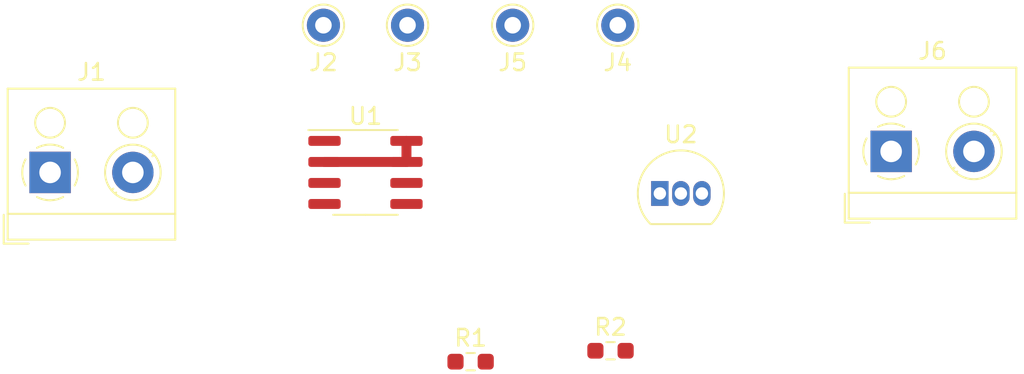
<source format=kicad_pcb>
(kicad_pcb (version 20171130) (host pcbnew "(5.1.9)-1")

  (general
    (thickness 1.6)
    (drawings 0)
    (tracks 2)
    (zones 0)
    (modules 10)
    (nets 7)
  )

  (page A4)
  (layers
    (0 F.Cu signal)
    (31 B.Cu signal)
    (32 B.Adhes user)
    (33 F.Adhes user)
    (34 B.Paste user)
    (35 F.Paste user)
    (36 B.SilkS user)
    (37 F.SilkS user)
    (38 B.Mask user)
    (39 F.Mask user)
    (40 Dwgs.User user)
    (41 Cmts.User user)
    (42 Eco1.User user)
    (43 Eco2.User user)
    (44 Edge.Cuts user)
    (45 Margin user)
    (46 B.CrtYd user)
    (47 F.CrtYd user)
    (48 B.Fab user hide)
    (49 F.Fab user hide)
  )

  (setup
    (last_trace_width 0.25)
    (trace_clearance 0.2)
    (zone_clearance 0.508)
    (zone_45_only no)
    (trace_min 0.2)
    (via_size 0.8)
    (via_drill 0.4)
    (via_min_size 0.4)
    (via_min_drill 0.3)
    (uvia_size 0.3)
    (uvia_drill 0.1)
    (uvias_allowed no)
    (uvia_min_size 0.2)
    (uvia_min_drill 0.1)
    (edge_width 0.05)
    (segment_width 0.2)
    (pcb_text_width 0.3)
    (pcb_text_size 1.5 1.5)
    (mod_edge_width 0.12)
    (mod_text_size 1 1)
    (mod_text_width 0.15)
    (pad_size 1.524 1.524)
    (pad_drill 0.762)
    (pad_to_mask_clearance 0)
    (aux_axis_origin 0 0)
    (visible_elements 7FFFFFFF)
    (pcbplotparams
      (layerselection 0x010fc_ffffffff)
      (usegerberextensions false)
      (usegerberattributes true)
      (usegerberadvancedattributes true)
      (creategerberjobfile true)
      (excludeedgelayer true)
      (linewidth 0.100000)
      (plotframeref false)
      (viasonmask false)
      (mode 1)
      (useauxorigin false)
      (hpglpennumber 1)
      (hpglpenspeed 20)
      (hpglpendiameter 15.000000)
      (psnegative false)
      (psa4output false)
      (plotreference true)
      (plotvalue true)
      (plotinvisibletext false)
      (padsonsilk false)
      (subtractmaskfromsilk false)
      (outputformat 1)
      (mirror false)
      (drillshape 1)
      (scaleselection 1)
      (outputdirectory ""))
  )

  (net 0 "")
  (net 1 "Net-(R1-Pad1)")
  (net 2 +2V5)
  (net 3 +5V)
  (net 4 GND)
  (net 5 "Net-(J1-Pad2)")
  (net 6 "Net-(J2-Pad1)")

  (net_class Default "This is the default net class."
    (clearance 0.2)
    (trace_width 0.25)
    (via_dia 0.8)
    (via_drill 0.4)
    (uvia_dia 0.3)
    (uvia_drill 0.1)
    (add_net +2V5)
    (add_net +5V)
    (add_net GND)
    (add_net "Net-(J1-Pad2)")
    (add_net "Net-(J2-Pad1)")
    (add_net "Net-(R1-Pad1)")
    (add_net "Net-(U1-Pad5)")
  )

  (module TerminalBlock_RND:TerminalBlock_RND_205-00001_1x02_P5.00mm_Horizontal (layer F.Cu) (tedit 5B294F8C) (tstamp 6070BBFE)
    (at 143.51 72.39)
    (descr "terminal block RND 205-00001, 2 pins, pitch 5mm, size 10x9mm^2, drill diamater 1.3mm, pad diameter 2.5mm, see http://cdn-reichelt.de/documents/datenblatt/C151/RND_205-00001_DB_EN.pdf, script-generated using https://github.com/pointhi/kicad-footprint-generator/scripts/TerminalBlock_RND")
    (tags "THT terminal block RND 205-00001 pitch 5mm size 10x9mm^2 drill 1.3mm pad 2.5mm")
    (path /6070B3ED)
    (fp_text reference J6 (at 2.5 -6.06) (layer F.SilkS)
      (effects (font (size 1 1) (thickness 0.15)))
    )
    (fp_text value VCC (at 2.5 5.06) (layer F.Fab)
      (effects (font (size 1 1) (thickness 0.15)))
    )
    (fp_text user %R (at 2.5 -6.06) (layer F.Fab)
      (effects (font (size 1 1) (thickness 0.15)))
    )
    (fp_arc (start 0 0) (end -0.789 1.484) (angle -29) (layer F.SilkS) (width 0.12))
    (fp_arc (start 0 0) (end -1.484 -0.789) (angle -56) (layer F.SilkS) (width 0.12))
    (fp_arc (start 0 0) (end 0.789 -1.484) (angle -56) (layer F.SilkS) (width 0.12))
    (fp_arc (start 0 0) (end 1.484 0.789) (angle -56) (layer F.SilkS) (width 0.12))
    (fp_arc (start 0 0) (end 0 1.68) (angle -28) (layer F.SilkS) (width 0.12))
    (fp_circle (center 0 0) (end 1.5 0) (layer F.Fab) (width 0.1))
    (fp_circle (center 0 -3) (end 0.9 -3) (layer F.Fab) (width 0.1))
    (fp_circle (center 0 -3) (end 0.9 -3) (layer F.SilkS) (width 0.12))
    (fp_circle (center 5 0) (end 6.5 0) (layer F.Fab) (width 0.1))
    (fp_circle (center 5 0) (end 6.68 0) (layer F.SilkS) (width 0.12))
    (fp_circle (center 5 -3) (end 5.9 -3) (layer F.Fab) (width 0.1))
    (fp_circle (center 5 -3) (end 5.9 -3) (layer F.SilkS) (width 0.12))
    (fp_line (start -2.5 -5) (end 7.5 -5) (layer F.Fab) (width 0.1))
    (fp_line (start 7.5 -5) (end 7.5 4) (layer F.Fab) (width 0.1))
    (fp_line (start 7.5 4) (end -1 4) (layer F.Fab) (width 0.1))
    (fp_line (start -1 4) (end -2.5 2.5) (layer F.Fab) (width 0.1))
    (fp_line (start -2.5 2.5) (end -2.5 -5) (layer F.Fab) (width 0.1))
    (fp_line (start -2.5 2.5) (end 7.5 2.5) (layer F.Fab) (width 0.1))
    (fp_line (start -2.56 2.5) (end 7.56 2.5) (layer F.SilkS) (width 0.12))
    (fp_line (start -2.56 -5.06) (end 7.56 -5.06) (layer F.SilkS) (width 0.12))
    (fp_line (start -2.56 4.06) (end 7.56 4.06) (layer F.SilkS) (width 0.12))
    (fp_line (start -2.56 -5.06) (end -2.56 4.06) (layer F.SilkS) (width 0.12))
    (fp_line (start 7.56 -5.06) (end 7.56 4.06) (layer F.SilkS) (width 0.12))
    (fp_line (start 1.138 -0.955) (end -0.955 1.138) (layer F.Fab) (width 0.1))
    (fp_line (start 0.955 -1.138) (end -1.138 0.955) (layer F.Fab) (width 0.1))
    (fp_line (start 6.138 -0.955) (end 4.046 1.138) (layer F.Fab) (width 0.1))
    (fp_line (start 5.955 -1.138) (end 3.863 0.955) (layer F.Fab) (width 0.1))
    (fp_line (start 6.275 -1.069) (end 6.181 -0.976) (layer F.SilkS) (width 0.12))
    (fp_line (start 3.99 1.216) (end 3.931 1.274) (layer F.SilkS) (width 0.12))
    (fp_line (start 6.07 -1.275) (end 6.011 -1.216) (layer F.SilkS) (width 0.12))
    (fp_line (start 3.82 0.976) (end 3.726 1.069) (layer F.SilkS) (width 0.12))
    (fp_line (start -2.8 2.56) (end -2.8 4.3) (layer F.SilkS) (width 0.12))
    (fp_line (start -2.8 4.3) (end -1.3 4.3) (layer F.SilkS) (width 0.12))
    (fp_line (start -3 -5.5) (end -3 4.5) (layer F.CrtYd) (width 0.05))
    (fp_line (start -3 4.5) (end 8 4.5) (layer F.CrtYd) (width 0.05))
    (fp_line (start 8 4.5) (end 8 -5.5) (layer F.CrtYd) (width 0.05))
    (fp_line (start 8 -5.5) (end -3 -5.5) (layer F.CrtYd) (width 0.05))
    (pad 2 thru_hole circle (at 5 0) (size 2.5 2.5) (drill 1.3) (layers *.Cu *.Mask)
      (net 4 GND))
    (pad 1 thru_hole rect (at 0 0) (size 2.5 2.5) (drill 1.3) (layers *.Cu *.Mask)
      (net 3 +5V))
    (model ${KISYS3DMOD}/TerminalBlock_RND.3dshapes/TerminalBlock_RND_205-00001_1x02_P5.00mm_Horizontal.wrl
      (at (xyz 0 0 0))
      (scale (xyz 1 1 1))
      (rotate (xyz 0 0 0))
    )
  )

  (module Connector_Pin:Pin_D1.0mm_L10.0mm (layer F.Cu) (tedit 5A1DC084) (tstamp 6070BBD2)
    (at 120.65 64.77)
    (descr "solder Pin_ diameter 1.0mm, hole diameter 1.0mm (press fit), length 10.0mm")
    (tags "solder Pin_ press fit")
    (path /6071F655)
    (fp_text reference J5 (at 0 2.25) (layer F.SilkS)
      (effects (font (size 1 1) (thickness 0.15)))
    )
    (fp_text value FILT-C (at 0 -2.05) (layer F.Fab)
      (effects (font (size 1 1) (thickness 0.15)))
    )
    (fp_text user %R (at 0 2.25) (layer F.Fab)
      (effects (font (size 1 1) (thickness 0.15)))
    )
    (fp_circle (center 0 0) (end 1.5 0) (layer F.CrtYd) (width 0.05))
    (fp_circle (center 0 0) (end 0.5 0) (layer F.Fab) (width 0.12))
    (fp_circle (center 0 0) (end 1 0) (layer F.Fab) (width 0.12))
    (fp_circle (center 0 0) (end 1.25 0.05) (layer F.SilkS) (width 0.12))
    (pad 1 thru_hole circle (at 0 0) (size 2 2) (drill 1) (layers *.Cu *.Mask)
      (net 2 +2V5))
    (model ${KISYS3DMOD}/Connector_Pin.3dshapes/Pin_D1.0mm_L10.0mm.wrl
      (at (xyz 0 0 0))
      (scale (xyz 1 1 1))
      (rotate (xyz 0 0 0))
    )
  )

  (module Connector_Pin:Pin_D1.0mm_L10.0mm (layer F.Cu) (tedit 5A1DC084) (tstamp 6070BBC8)
    (at 127 64.77)
    (descr "solder Pin_ diameter 1.0mm, hole diameter 1.0mm (press fit), length 10.0mm")
    (tags "solder Pin_ press fit")
    (path /6072017B)
    (fp_text reference J4 (at 0 2.25) (layer F.SilkS)
      (effects (font (size 1 1) (thickness 0.15)))
    )
    (fp_text value BLEED-R (at 0 -2.05) (layer F.Fab)
      (effects (font (size 1 1) (thickness 0.15)))
    )
    (fp_text user %R (at 0 2.25) (layer F.Fab)
      (effects (font (size 1 1) (thickness 0.15)))
    )
    (fp_circle (center 0 0) (end 1.5 0) (layer F.CrtYd) (width 0.05))
    (fp_circle (center 0 0) (end 0.5 0) (layer F.Fab) (width 0.12))
    (fp_circle (center 0 0) (end 1 0) (layer F.Fab) (width 0.12))
    (fp_circle (center 0 0) (end 1.25 0.05) (layer F.SilkS) (width 0.12))
    (pad 1 thru_hole circle (at 0 0) (size 2 2) (drill 1) (layers *.Cu *.Mask)
      (net 2 +2V5))
    (model ${KISYS3DMOD}/Connector_Pin.3dshapes/Pin_D1.0mm_L10.0mm.wrl
      (at (xyz 0 0 0))
      (scale (xyz 1 1 1))
      (rotate (xyz 0 0 0))
    )
  )

  (module Connector_Pin:Pin_D1.0mm_L10.0mm (layer F.Cu) (tedit 5A1DC084) (tstamp 6070BBBE)
    (at 114.3 64.77)
    (descr "solder Pin_ diameter 1.0mm, hole diameter 1.0mm (press fit), length 10.0mm")
    (tags "solder Pin_ press fit")
    (path /60706966)
    (fp_text reference J3 (at 0 2.25) (layer F.SilkS)
      (effects (font (size 1 1) (thickness 0.15)))
    )
    (fp_text value ANT- (at 0 -2.05) (layer F.Fab)
      (effects (font (size 1 1) (thickness 0.15)))
    )
    (fp_text user %R (at 0 2.25) (layer F.Fab)
      (effects (font (size 1 1) (thickness 0.15)))
    )
    (fp_circle (center 0 0) (end 1.5 0) (layer F.CrtYd) (width 0.05))
    (fp_circle (center 0 0) (end 0.5 0) (layer F.Fab) (width 0.12))
    (fp_circle (center 0 0) (end 1 0) (layer F.Fab) (width 0.12))
    (fp_circle (center 0 0) (end 1.25 0.05) (layer F.SilkS) (width 0.12))
    (pad 1 thru_hole circle (at 0 0) (size 2 2) (drill 1) (layers *.Cu *.Mask)
      (net 2 +2V5))
    (model ${KISYS3DMOD}/Connector_Pin.3dshapes/Pin_D1.0mm_L10.0mm.wrl
      (at (xyz 0 0 0))
      (scale (xyz 1 1 1))
      (rotate (xyz 0 0 0))
    )
  )

  (module Connector_Pin:Pin_D1.0mm_L10.0mm (layer F.Cu) (tedit 5A1DC084) (tstamp 6070BBB4)
    (at 109.22 64.77)
    (descr "solder Pin_ diameter 1.0mm, hole diameter 1.0mm (press fit), length 10.0mm")
    (tags "solder Pin_ press fit")
    (path /60705C04)
    (fp_text reference J2 (at 0 2.25) (layer F.SilkS)
      (effects (font (size 1 1) (thickness 0.15)))
    )
    (fp_text value ANT+ (at 0 -2.05) (layer F.Fab)
      (effects (font (size 1 1) (thickness 0.15)))
    )
    (fp_text user %R (at 0 2.25) (layer F.Fab)
      (effects (font (size 1 1) (thickness 0.15)))
    )
    (fp_circle (center 0 0) (end 1.5 0) (layer F.CrtYd) (width 0.05))
    (fp_circle (center 0 0) (end 0.5 0) (layer F.Fab) (width 0.12))
    (fp_circle (center 0 0) (end 1 0) (layer F.Fab) (width 0.12))
    (fp_circle (center 0 0) (end 1.25 0.05) (layer F.SilkS) (width 0.12))
    (pad 1 thru_hole circle (at 0 0) (size 2 2) (drill 1) (layers *.Cu *.Mask)
      (net 6 "Net-(J2-Pad1)"))
    (model ${KISYS3DMOD}/Connector_Pin.3dshapes/Pin_D1.0mm_L10.0mm.wrl
      (at (xyz 0 0 0))
      (scale (xyz 1 1 1))
      (rotate (xyz 0 0 0))
    )
  )

  (module TerminalBlock_RND:TerminalBlock_RND_205-00001_1x02_P5.00mm_Horizontal (layer F.Cu) (tedit 5B294F8C) (tstamp 6070BBAA)
    (at 92.71 73.66)
    (descr "terminal block RND 205-00001, 2 pins, pitch 5mm, size 10x9mm^2, drill diamater 1.3mm, pad diameter 2.5mm, see http://cdn-reichelt.de/documents/datenblatt/C151/RND_205-00001_DB_EN.pdf, script-generated using https://github.com/pointhi/kicad-footprint-generator/scripts/TerminalBlock_RND")
    (tags "THT terminal block RND 205-00001 pitch 5mm size 10x9mm^2 drill 1.3mm pad 2.5mm")
    (path /607094A7)
    (fp_text reference J1 (at 2.5 -6.06) (layer F.SilkS)
      (effects (font (size 1 1) (thickness 0.15)))
    )
    (fp_text value OUT (at 2.5 5.06) (layer F.Fab)
      (effects (font (size 1 1) (thickness 0.15)))
    )
    (fp_text user %R (at 2.5 -6.06) (layer F.Fab)
      (effects (font (size 1 1) (thickness 0.15)))
    )
    (fp_arc (start 0 0) (end -0.789 1.484) (angle -29) (layer F.SilkS) (width 0.12))
    (fp_arc (start 0 0) (end -1.484 -0.789) (angle -56) (layer F.SilkS) (width 0.12))
    (fp_arc (start 0 0) (end 0.789 -1.484) (angle -56) (layer F.SilkS) (width 0.12))
    (fp_arc (start 0 0) (end 1.484 0.789) (angle -56) (layer F.SilkS) (width 0.12))
    (fp_arc (start 0 0) (end 0 1.68) (angle -28) (layer F.SilkS) (width 0.12))
    (fp_circle (center 0 0) (end 1.5 0) (layer F.Fab) (width 0.1))
    (fp_circle (center 0 -3) (end 0.9 -3) (layer F.Fab) (width 0.1))
    (fp_circle (center 0 -3) (end 0.9 -3) (layer F.SilkS) (width 0.12))
    (fp_circle (center 5 0) (end 6.5 0) (layer F.Fab) (width 0.1))
    (fp_circle (center 5 0) (end 6.68 0) (layer F.SilkS) (width 0.12))
    (fp_circle (center 5 -3) (end 5.9 -3) (layer F.Fab) (width 0.1))
    (fp_circle (center 5 -3) (end 5.9 -3) (layer F.SilkS) (width 0.12))
    (fp_line (start -2.5 -5) (end 7.5 -5) (layer F.Fab) (width 0.1))
    (fp_line (start 7.5 -5) (end 7.5 4) (layer F.Fab) (width 0.1))
    (fp_line (start 7.5 4) (end -1 4) (layer F.Fab) (width 0.1))
    (fp_line (start -1 4) (end -2.5 2.5) (layer F.Fab) (width 0.1))
    (fp_line (start -2.5 2.5) (end -2.5 -5) (layer F.Fab) (width 0.1))
    (fp_line (start -2.5 2.5) (end 7.5 2.5) (layer F.Fab) (width 0.1))
    (fp_line (start -2.56 2.5) (end 7.56 2.5) (layer F.SilkS) (width 0.12))
    (fp_line (start -2.56 -5.06) (end 7.56 -5.06) (layer F.SilkS) (width 0.12))
    (fp_line (start -2.56 4.06) (end 7.56 4.06) (layer F.SilkS) (width 0.12))
    (fp_line (start -2.56 -5.06) (end -2.56 4.06) (layer F.SilkS) (width 0.12))
    (fp_line (start 7.56 -5.06) (end 7.56 4.06) (layer F.SilkS) (width 0.12))
    (fp_line (start 1.138 -0.955) (end -0.955 1.138) (layer F.Fab) (width 0.1))
    (fp_line (start 0.955 -1.138) (end -1.138 0.955) (layer F.Fab) (width 0.1))
    (fp_line (start 6.138 -0.955) (end 4.046 1.138) (layer F.Fab) (width 0.1))
    (fp_line (start 5.955 -1.138) (end 3.863 0.955) (layer F.Fab) (width 0.1))
    (fp_line (start 6.275 -1.069) (end 6.181 -0.976) (layer F.SilkS) (width 0.12))
    (fp_line (start 3.99 1.216) (end 3.931 1.274) (layer F.SilkS) (width 0.12))
    (fp_line (start 6.07 -1.275) (end 6.011 -1.216) (layer F.SilkS) (width 0.12))
    (fp_line (start 3.82 0.976) (end 3.726 1.069) (layer F.SilkS) (width 0.12))
    (fp_line (start -2.8 2.56) (end -2.8 4.3) (layer F.SilkS) (width 0.12))
    (fp_line (start -2.8 4.3) (end -1.3 4.3) (layer F.SilkS) (width 0.12))
    (fp_line (start -3 -5.5) (end -3 4.5) (layer F.CrtYd) (width 0.05))
    (fp_line (start -3 4.5) (end 8 4.5) (layer F.CrtYd) (width 0.05))
    (fp_line (start 8 4.5) (end 8 -5.5) (layer F.CrtYd) (width 0.05))
    (fp_line (start 8 -5.5) (end -3 -5.5) (layer F.CrtYd) (width 0.05))
    (pad 2 thru_hole circle (at 5 0) (size 2.5 2.5) (drill 1.3) (layers *.Cu *.Mask)
      (net 5 "Net-(J1-Pad2)"))
    (pad 1 thru_hole rect (at 0 0) (size 2.5 2.5) (drill 1.3) (layers *.Cu *.Mask)
      (net 2 +2V5))
    (model ${KISYS3DMOD}/TerminalBlock_RND.3dshapes/TerminalBlock_RND_205-00001_1x02_P5.00mm_Horizontal.wrl
      (at (xyz 0 0 0))
      (scale (xyz 1 1 1))
      (rotate (xyz 0 0 0))
    )
  )

  (module Package_TO_SOT_THT:TO-92_Inline (layer F.Cu) (tedit 5A1DD157) (tstamp 607045E2)
    (at 129.54 74.93)
    (descr "TO-92 leads in-line, narrow, oval pads, drill 0.75mm (see NXP sot054_po.pdf)")
    (tags "to-92 sc-43 sc-43a sot54 PA33 transistor")
    (path /606F2F33)
    (fp_text reference U2 (at 1.27 -3.56) (layer F.SilkS)
      (effects (font (size 1 1) (thickness 0.15)))
    )
    (fp_text value TLE2426xLP (at 1.27 2.79) (layer F.Fab)
      (effects (font (size 1 1) (thickness 0.15)))
    )
    (fp_line (start 4 2.01) (end -1.46 2.01) (layer F.CrtYd) (width 0.05))
    (fp_line (start 4 2.01) (end 4 -2.73) (layer F.CrtYd) (width 0.05))
    (fp_line (start -1.46 -2.73) (end -1.46 2.01) (layer F.CrtYd) (width 0.05))
    (fp_line (start -1.46 -2.73) (end 4 -2.73) (layer F.CrtYd) (width 0.05))
    (fp_line (start -0.5 1.75) (end 3 1.75) (layer F.Fab) (width 0.1))
    (fp_line (start -0.53 1.85) (end 3.07 1.85) (layer F.SilkS) (width 0.12))
    (fp_arc (start 1.27 0) (end 1.27 -2.6) (angle 135) (layer F.SilkS) (width 0.12))
    (fp_arc (start 1.27 0) (end 1.27 -2.48) (angle -135) (layer F.Fab) (width 0.1))
    (fp_arc (start 1.27 0) (end 1.27 -2.6) (angle -135) (layer F.SilkS) (width 0.12))
    (fp_arc (start 1.27 0) (end 1.27 -2.48) (angle 135) (layer F.Fab) (width 0.1))
    (fp_text user %R (at 1.27 0) (layer F.Fab)
      (effects (font (size 1 1) (thickness 0.15)))
    )
    (pad 1 thru_hole rect (at 0 0) (size 1.05 1.5) (drill 0.75) (layers *.Cu *.Mask)
      (net 2 +2V5))
    (pad 3 thru_hole oval (at 2.54 0) (size 1.05 1.5) (drill 0.75) (layers *.Cu *.Mask)
      (net 3 +5V))
    (pad 2 thru_hole oval (at 1.27 0) (size 1.05 1.5) (drill 0.75) (layers *.Cu *.Mask)
      (net 4 GND))
    (model ${KISYS3DMOD}/Package_TO_SOT_THT.3dshapes/TO-92_Inline.wrl
      (at (xyz 0 0 0))
      (scale (xyz 1 1 1))
      (rotate (xyz 0 0 0))
    )
  )

  (module Package_SO:SOIC-8_3.9x4.9mm_P1.27mm (layer F.Cu) (tedit 5D9F72B1) (tstamp 607045D0)
    (at 111.76 73.66)
    (descr "SOIC, 8 Pin (JEDEC MS-012AA, https://www.analog.com/media/en/package-pcb-resources/package/pkg_pdf/soic_narrow-r/r_8.pdf), generated with kicad-footprint-generator ipc_gullwing_generator.py")
    (tags "SOIC SO")
    (path /606EE371)
    (attr smd)
    (fp_text reference U1 (at 0 -3.4) (layer F.SilkS)
      (effects (font (size 1 1) (thickness 0.15)))
    )
    (fp_text value LMP7721 (at 0 3.4) (layer F.Fab)
      (effects (font (size 1 1) (thickness 0.15)))
    )
    (fp_line (start 3.7 -2.7) (end -3.7 -2.7) (layer F.CrtYd) (width 0.05))
    (fp_line (start 3.7 2.7) (end 3.7 -2.7) (layer F.CrtYd) (width 0.05))
    (fp_line (start -3.7 2.7) (end 3.7 2.7) (layer F.CrtYd) (width 0.05))
    (fp_line (start -3.7 -2.7) (end -3.7 2.7) (layer F.CrtYd) (width 0.05))
    (fp_line (start -1.95 -1.475) (end -0.975 -2.45) (layer F.Fab) (width 0.1))
    (fp_line (start -1.95 2.45) (end -1.95 -1.475) (layer F.Fab) (width 0.1))
    (fp_line (start 1.95 2.45) (end -1.95 2.45) (layer F.Fab) (width 0.1))
    (fp_line (start 1.95 -2.45) (end 1.95 2.45) (layer F.Fab) (width 0.1))
    (fp_line (start -0.975 -2.45) (end 1.95 -2.45) (layer F.Fab) (width 0.1))
    (fp_line (start 0 -2.56) (end -3.45 -2.56) (layer F.SilkS) (width 0.12))
    (fp_line (start 0 -2.56) (end 1.95 -2.56) (layer F.SilkS) (width 0.12))
    (fp_line (start 0 2.56) (end -1.95 2.56) (layer F.SilkS) (width 0.12))
    (fp_line (start 0 2.56) (end 1.95 2.56) (layer F.SilkS) (width 0.12))
    (fp_text user %R (at 0 0) (layer F.Fab)
      (effects (font (size 0.98 0.98) (thickness 0.15)))
    )
    (pad 8 smd roundrect (at 2.475 -1.905) (size 1.95 0.6) (layers F.Cu F.Paste F.Mask) (roundrect_rratio 0.25)
      (net 1 "Net-(R1-Pad1)"))
    (pad 7 smd roundrect (at 2.475 -0.635) (size 1.95 0.6) (layers F.Cu F.Paste F.Mask) (roundrect_rratio 0.25)
      (net 1 "Net-(R1-Pad1)"))
    (pad 6 smd roundrect (at 2.475 0.635) (size 1.95 0.6) (layers F.Cu F.Paste F.Mask) (roundrect_rratio 0.25)
      (net 3 +5V))
    (pad 5 smd roundrect (at 2.475 1.905) (size 1.95 0.6) (layers F.Cu F.Paste F.Mask) (roundrect_rratio 0.25))
    (pad 4 smd roundrect (at -2.475 1.905) (size 1.95 0.6) (layers F.Cu F.Paste F.Mask) (roundrect_rratio 0.25)
      (net 5 "Net-(J1-Pad2)"))
    (pad 3 smd roundrect (at -2.475 0.635) (size 1.95 0.6) (layers F.Cu F.Paste F.Mask) (roundrect_rratio 0.25)
      (net 4 GND))
    (pad 2 smd roundrect (at -2.475 -0.635) (size 1.95 0.6) (layers F.Cu F.Paste F.Mask) (roundrect_rratio 0.25)
      (net 1 "Net-(R1-Pad1)"))
    (pad 1 smd roundrect (at -2.475 -1.905) (size 1.95 0.6) (layers F.Cu F.Paste F.Mask) (roundrect_rratio 0.25)
      (net 6 "Net-(J2-Pad1)"))
    (model ${KISYS3DMOD}/Package_SO.3dshapes/SOIC-8_3.9x4.9mm_P1.27mm.wrl
      (at (xyz 0 0 0))
      (scale (xyz 1 1 1))
      (rotate (xyz 0 0 0))
    )
  )

  (module Resistor_SMD:R_0603_1608Metric_Pad0.98x0.95mm_HandSolder (layer F.Cu) (tedit 5F68FEEE) (tstamp 60704733)
    (at 126.56 84.43)
    (descr "Resistor SMD 0603 (1608 Metric), square (rectangular) end terminal, IPC_7351 nominal with elongated pad for handsoldering. (Body size source: IPC-SM-782 page 72, https://www.pcb-3d.com/wordpress/wp-content/uploads/ipc-sm-782a_amendment_1_and_2.pdf), generated with kicad-footprint-generator")
    (tags "resistor handsolder")
    (path /606F8F65)
    (attr smd)
    (fp_text reference R2 (at 0 -1.43) (layer F.SilkS)
      (effects (font (size 1 1) (thickness 0.15)))
    )
    (fp_text value 10k (at 0 1.43) (layer F.Fab)
      (effects (font (size 1 1) (thickness 0.15)))
    )
    (fp_line (start 1.65 0.73) (end -1.65 0.73) (layer F.CrtYd) (width 0.05))
    (fp_line (start 1.65 -0.73) (end 1.65 0.73) (layer F.CrtYd) (width 0.05))
    (fp_line (start -1.65 -0.73) (end 1.65 -0.73) (layer F.CrtYd) (width 0.05))
    (fp_line (start -1.65 0.73) (end -1.65 -0.73) (layer F.CrtYd) (width 0.05))
    (fp_line (start -0.254724 0.5225) (end 0.254724 0.5225) (layer F.SilkS) (width 0.12))
    (fp_line (start -0.254724 -0.5225) (end 0.254724 -0.5225) (layer F.SilkS) (width 0.12))
    (fp_line (start 0.8 0.4125) (end -0.8 0.4125) (layer F.Fab) (width 0.1))
    (fp_line (start 0.8 -0.4125) (end 0.8 0.4125) (layer F.Fab) (width 0.1))
    (fp_line (start -0.8 -0.4125) (end 0.8 -0.4125) (layer F.Fab) (width 0.1))
    (fp_line (start -0.8 0.4125) (end -0.8 -0.4125) (layer F.Fab) (width 0.1))
    (fp_text user %R (at 0 0) (layer F.Fab)
      (effects (font (size 0.4 0.4) (thickness 0.06)))
    )
    (pad 2 smd roundrect (at 0.9125 0) (size 0.975 0.95) (layers F.Cu F.Paste F.Mask) (roundrect_rratio 0.25)
      (net 1 "Net-(R1-Pad1)"))
    (pad 1 smd roundrect (at -0.9125 0) (size 0.975 0.95) (layers F.Cu F.Paste F.Mask) (roundrect_rratio 0.25)
      (net 2 +2V5))
    (model ${KISYS3DMOD}/Resistor_SMD.3dshapes/R_0603_1608Metric.wrl
      (at (xyz 0 0 0))
      (scale (xyz 1 1 1))
      (rotate (xyz 0 0 0))
    )
  )

  (module Resistor_SMD:R_0603_1608Metric_Pad0.98x0.95mm_HandSolder (layer F.Cu) (tedit 5F68FEEE) (tstamp 607045A5)
    (at 118.11 85.09)
    (descr "Resistor SMD 0603 (1608 Metric), square (rectangular) end terminal, IPC_7351 nominal with elongated pad for handsoldering. (Body size source: IPC-SM-782 page 72, https://www.pcb-3d.com/wordpress/wp-content/uploads/ipc-sm-782a_amendment_1_and_2.pdf), generated with kicad-footprint-generator")
    (tags "resistor handsolder")
    (path /606F7F56)
    (attr smd)
    (fp_text reference R1 (at 0 -1.43) (layer F.SilkS)
      (effects (font (size 1 1) (thickness 0.15)))
    )
    (fp_text value 100k (at 0 1.43) (layer F.Fab)
      (effects (font (size 1 1) (thickness 0.15)))
    )
    (fp_line (start 1.65 0.73) (end -1.65 0.73) (layer F.CrtYd) (width 0.05))
    (fp_line (start 1.65 -0.73) (end 1.65 0.73) (layer F.CrtYd) (width 0.05))
    (fp_line (start -1.65 -0.73) (end 1.65 -0.73) (layer F.CrtYd) (width 0.05))
    (fp_line (start -1.65 0.73) (end -1.65 -0.73) (layer F.CrtYd) (width 0.05))
    (fp_line (start -0.254724 0.5225) (end 0.254724 0.5225) (layer F.SilkS) (width 0.12))
    (fp_line (start -0.254724 -0.5225) (end 0.254724 -0.5225) (layer F.SilkS) (width 0.12))
    (fp_line (start 0.8 0.4125) (end -0.8 0.4125) (layer F.Fab) (width 0.1))
    (fp_line (start 0.8 -0.4125) (end 0.8 0.4125) (layer F.Fab) (width 0.1))
    (fp_line (start -0.8 -0.4125) (end 0.8 -0.4125) (layer F.Fab) (width 0.1))
    (fp_line (start -0.8 0.4125) (end -0.8 -0.4125) (layer F.Fab) (width 0.1))
    (fp_text user %R (at 0 0) (layer F.Fab)
      (effects (font (size 0.4 0.4) (thickness 0.06)))
    )
    (pad 2 smd roundrect (at 0.9125 0) (size 0.975 0.95) (layers F.Cu F.Paste F.Mask) (roundrect_rratio 0.25)
      (net 5 "Net-(J1-Pad2)"))
    (pad 1 smd roundrect (at -0.9125 0) (size 0.975 0.95) (layers F.Cu F.Paste F.Mask) (roundrect_rratio 0.25)
      (net 1 "Net-(R1-Pad1)"))
    (model ${KISYS3DMOD}/Resistor_SMD.3dshapes/R_0603_1608Metric.wrl
      (at (xyz 0 0 0))
      (scale (xyz 1 1 1))
      (rotate (xyz 0 0 0))
    )
  )

  (segment (start 109.285 73.025) (end 114.235 73.025) (width 0.6) (layer F.Cu) (net 1))
  (segment (start 114.235 73.025) (end 114.235 71.755) (width 0.6) (layer F.Cu) (net 1))

)

</source>
